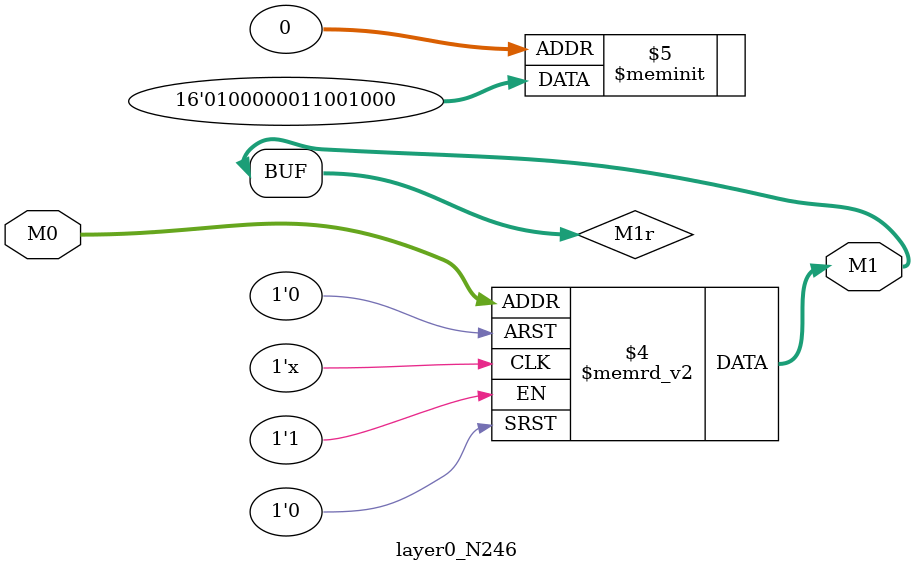
<source format=v>
module layer0_N246 ( input [2:0] M0, output [1:0] M1 );

	(*rom_style = "distributed" *) reg [1:0] M1r;
	assign M1 = M1r;
	always @ (M0) begin
		case (M0)
			3'b000: M1r = 2'b00;
			3'b100: M1r = 2'b00;
			3'b010: M1r = 2'b00;
			3'b110: M1r = 2'b00;
			3'b001: M1r = 2'b10;
			3'b101: M1r = 2'b00;
			3'b011: M1r = 2'b11;
			3'b111: M1r = 2'b01;

		endcase
	end
endmodule

</source>
